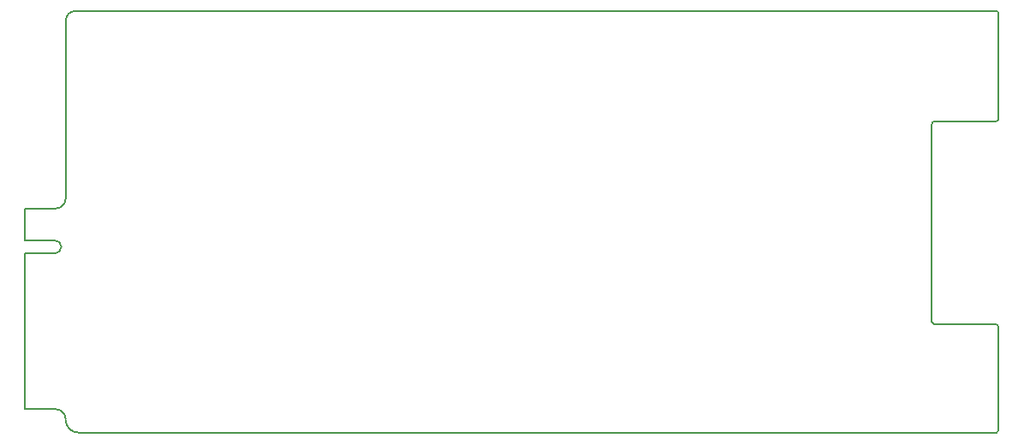
<source format=gko>
G04*
G04 #@! TF.GenerationSoftware,Altium Limited,Altium Designer,20.0.13 (296)*
G04*
G04 Layer_Color=16711935*
%FSLAX25Y25*%
%MOIN*%
G70*
G01*
G75*
%ADD16C,0.00606*%
D16*
X378239Y-9145D02*
G03*
X379028Y-8356I0J789D01*
G01*
Y154144D02*
G03*
X378028Y155144I-1000J0D01*
G01*
Y112144D02*
G03*
X379028Y113144I0J1000D01*
G01*
X354028Y112144D02*
G03*
X353028Y111144I0J-1000D01*
G01*
Y34144D02*
G03*
X354028Y33144I1000J0D01*
G01*
X379028Y31644D02*
G03*
X377528Y33144I-1500J0D01*
G01*
X15748Y-3937D02*
G03*
X11811Y-0I-3937J0D01*
G01*
X11811Y78188D02*
G03*
X15748Y82125I0J3937D01*
G01*
X11417Y60669D02*
G03*
X11417Y65787I123J2559D01*
G01*
X19528Y155144D02*
G03*
X15810Y151426I0J-3718D01*
G01*
X15748Y-4145D02*
G03*
X20748Y-9145I5000J0D01*
G01*
X376028Y-9145D02*
X378239D01*
X379028Y-8356D02*
Y31644D01*
Y113144D02*
Y154144D01*
X312528Y155144D02*
X378028D01*
X354028Y112144D02*
X378028D01*
X353028Y34144D02*
Y111144D01*
X354028Y33144D02*
X377028D01*
X377528D01*
X20748Y-9145D02*
X376028D01*
X0Y0D02*
X11811D01*
X0D02*
Y60669D01*
X11417D01*
X0Y65787D02*
X11417D01*
X0D02*
Y78188D01*
X11811D01*
X15810Y149860D02*
Y151426D01*
X19528Y155144D02*
X312528D01*
X15748Y82144D02*
Y149644D01*
M02*

</source>
